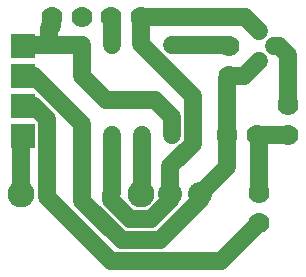
<source format=gbr>
G04 PROTEUS GERBER X2 FILE*
%TF.GenerationSoftware,Labcenter,Proteus,8.11-SP0-Build30052*%
%TF.CreationDate,2023-02-24T19:05:54+00:00*%
%TF.FileFunction,Copper,L2,Bot*%
%TF.FilePolarity,Positive*%
%TF.Part,Single*%
%TF.SameCoordinates,{78871b57-c70c-4710-8c2a-232022615f8e}*%
%FSLAX45Y45*%
%MOMM*%
G01*
%TA.AperFunction,Conductor*%
%ADD10C,1.524000*%
%TA.AperFunction,ComponentPad*%
%ADD11C,2.032000*%
%ADD12C,1.778000*%
%ADD13C,2.286000*%
%TA.AperFunction,ComponentPad*%
%ADD14R,1.270000X1.270000*%
%ADD15C,1.270000*%
%TA.AperFunction,ComponentPad*%
%ADD16R,2.032000X2.032000*%
%TD.AperFunction*%
D10*
X-7488000Y+1750000D02*
X-7488000Y+1900803D01*
X-7633049Y+2045852D01*
X-8045852Y+2045852D01*
X-8250000Y+2250000D01*
X-8250000Y+2512000D01*
X-8750000Y+2246000D02*
X-8650867Y+2246000D01*
X-8250000Y+1845133D01*
X-8250000Y+1750000D01*
X-8766000Y+1250000D02*
X-8766000Y+1722000D01*
X-8750000Y+1738000D01*
X-7742000Y+1750000D02*
X-7742000Y+1258000D01*
X-7750000Y+1250000D01*
X-7750000Y+2746000D02*
X-7750000Y+2520000D01*
X-7742000Y+2512000D01*
X-7488000Y+2512000D02*
X-7008000Y+2512000D01*
X-7000000Y+2504000D01*
X-7750000Y+2746000D02*
X-6865178Y+2746000D01*
X-6850869Y+2731691D01*
X-6750000Y+2630822D01*
X-6750000Y+2627000D01*
X-6500000Y+2000000D02*
X-6500000Y+2424118D01*
X-6511721Y+2435839D01*
X-6575882Y+2500000D01*
X-6623000Y+2500000D01*
X-7000000Y+2250000D02*
X-6873000Y+2250000D01*
X-6750000Y+2373000D01*
X-8738000Y+2512000D02*
X-8750000Y+2500000D01*
X-7996000Y+2512000D02*
X-7996000Y+2746000D01*
X-8000000Y+2750000D01*
X-8504000Y+2750000D02*
X-8504000Y+2673275D01*
X-8524959Y+2652316D01*
X-8524959Y+2512000D01*
X-8250000Y+2512000D02*
X-8524959Y+2512000D01*
X-8738000Y+2512000D01*
X-8250000Y+1750000D02*
X-8250000Y+1193225D01*
X-7913075Y+856300D01*
X-7586925Y+856300D01*
X-7246000Y+1197225D01*
X-7246000Y+1250000D01*
X-7500000Y+1250000D02*
X-7500000Y+1194672D01*
X-7500000Y+1486553D01*
X-7310200Y+1676353D01*
X-7310200Y+2080200D01*
X-7742000Y+2512000D01*
X-7996000Y+1750000D02*
X-7996000Y+1254000D01*
X-8000000Y+1250000D01*
X-8000000Y+1194672D01*
X-7839428Y+1034100D01*
X-7660572Y+1034100D01*
X-7500000Y+1194672D01*
X-6750000Y+1000000D02*
X-7071424Y+678576D01*
X-8001615Y+678576D01*
X-8005413Y+682374D01*
X-8546800Y+1223761D01*
X-8546800Y+1881684D01*
X-8657116Y+1992000D01*
X-8750000Y+1992000D01*
X-7246000Y+1250000D02*
X-7020000Y+1476000D01*
X-7020000Y+1750000D01*
X-7020000Y+2230000D01*
X-7000000Y+2250000D01*
X-6766000Y+1750000D02*
X-6762000Y+1746000D01*
X-6500000Y+1746000D01*
X-6750000Y+1254000D02*
X-6750000Y+1734000D01*
X-6762000Y+1746000D01*
D11*
X-7500000Y+1250000D03*
X-7246000Y+1250000D03*
D12*
X-6750000Y+1254000D03*
X-6750000Y+1000000D03*
X-7000000Y+2504000D03*
X-7000000Y+2250000D03*
D13*
X-8766000Y+1250000D03*
X-7750000Y+1250000D03*
D14*
X-8250000Y+1750000D03*
D15*
X-7996000Y+1750000D03*
X-7742000Y+1750000D03*
X-7488000Y+1750000D03*
X-7488000Y+2512000D03*
X-7742000Y+2512000D03*
X-7996000Y+2512000D03*
X-8250000Y+2512000D03*
D12*
X-8000000Y+2750000D03*
X-7746000Y+2750000D03*
X-8504000Y+2750000D03*
X-8250000Y+2750000D03*
X-6500000Y+2000000D03*
X-6500000Y+1746000D03*
X-6766000Y+1750000D03*
X-7020000Y+1750000D03*
D15*
X-6750000Y+2373000D03*
X-6623000Y+2500000D03*
X-6750000Y+2627000D03*
D16*
X-8750000Y+2500000D03*
X-8750000Y+2246000D03*
X-8750000Y+1992000D03*
X-8750000Y+1738000D03*
M02*

</source>
